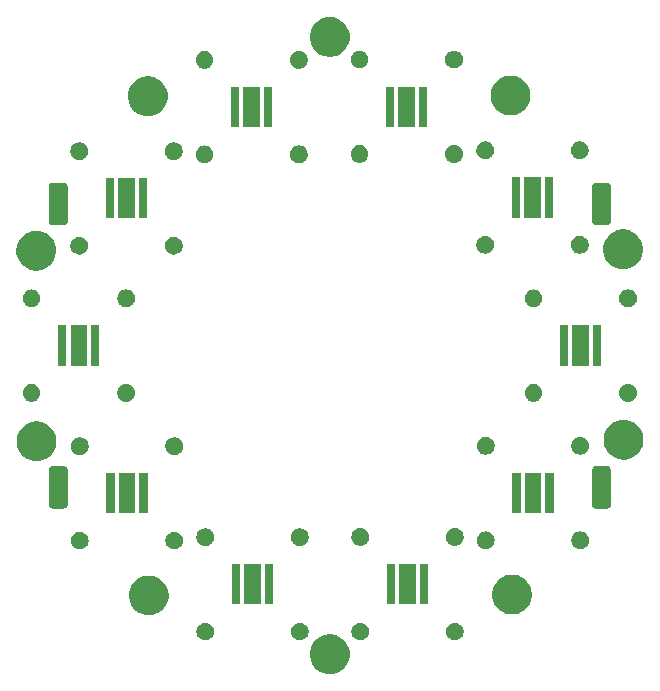
<source format=gbr>
G04 #@! TF.GenerationSoftware,KiCad,Pcbnew,(5.0.0)*
G04 #@! TF.CreationDate,2019-06-16T21:50:45-07:00*
G04 #@! TF.ProjectId,ring_illuminator,72696E675F696C6C756D696E61746F72,rev?*
G04 #@! TF.SameCoordinates,Original*
G04 #@! TF.FileFunction,Soldermask,Top*
G04 #@! TF.FilePolarity,Negative*
%FSLAX46Y46*%
G04 Gerber Fmt 4.6, Leading zero omitted, Abs format (unit mm)*
G04 Created by KiCad (PCBNEW (5.0.0)) date 06/16/19 21:50:45*
%MOMM*%
%LPD*%
G01*
G04 APERTURE LIST*
%ADD10C,0.100000*%
G04 APERTURE END LIST*
D10*
G36*
X327947Y-24476300D02*
X490330Y-24508600D01*
X796252Y-24635317D01*
X1071575Y-24819282D01*
X1305718Y-25053425D01*
X1489683Y-25328748D01*
X1616400Y-25634670D01*
X1681000Y-25959436D01*
X1681000Y-26290564D01*
X1616400Y-26615330D01*
X1489683Y-26921252D01*
X1305718Y-27196575D01*
X1071575Y-27430718D01*
X796252Y-27614683D01*
X490330Y-27741400D01*
X327947Y-27773700D01*
X165565Y-27806000D01*
X-165565Y-27806000D01*
X-327947Y-27773700D01*
X-490330Y-27741400D01*
X-796252Y-27614683D01*
X-1071575Y-27430718D01*
X-1305718Y-27196575D01*
X-1489683Y-26921252D01*
X-1616400Y-26615330D01*
X-1681000Y-26290564D01*
X-1681000Y-25959436D01*
X-1616400Y-25634670D01*
X-1489683Y-25328748D01*
X-1305718Y-25053425D01*
X-1071575Y-24819282D01*
X-796252Y-24635317D01*
X-490330Y-24508600D01*
X-327947Y-24476300D01*
X-165565Y-24444000D01*
X165565Y-24444000D01*
X327947Y-24476300D01*
X327947Y-24476300D01*
G37*
G36*
X-2414996Y-23476544D02*
X-2327941Y-23493860D01*
X-2191268Y-23550472D01*
X-2191267Y-23550473D01*
X-2068262Y-23632662D01*
X-1963662Y-23737262D01*
X-1963660Y-23737265D01*
X-1881472Y-23860268D01*
X-1824860Y-23996941D01*
X-1796000Y-24142033D01*
X-1796000Y-24289967D01*
X-1824860Y-24435059D01*
X-1881472Y-24571732D01*
X-1881473Y-24571733D01*
X-1963662Y-24694738D01*
X-2068262Y-24799338D01*
X-2068265Y-24799340D01*
X-2191268Y-24881528D01*
X-2327941Y-24938140D01*
X-2414996Y-24955456D01*
X-2473031Y-24967000D01*
X-2620969Y-24967000D01*
X-2679004Y-24955456D01*
X-2766059Y-24938140D01*
X-2902732Y-24881528D01*
X-3025735Y-24799340D01*
X-3025738Y-24799338D01*
X-3130338Y-24694738D01*
X-3212527Y-24571733D01*
X-3212528Y-24571732D01*
X-3269140Y-24435059D01*
X-3298000Y-24289967D01*
X-3298000Y-24142033D01*
X-3269140Y-23996941D01*
X-3212528Y-23860268D01*
X-3130340Y-23737265D01*
X-3130338Y-23737262D01*
X-3025738Y-23632662D01*
X-2902733Y-23550473D01*
X-2902732Y-23550472D01*
X-2766059Y-23493860D01*
X-2679004Y-23476544D01*
X-2620969Y-23465000D01*
X-2473031Y-23465000D01*
X-2414996Y-23476544D01*
X-2414996Y-23476544D01*
G37*
G36*
X-10414996Y-23476544D02*
X-10327941Y-23493860D01*
X-10191268Y-23550472D01*
X-10191267Y-23550473D01*
X-10068262Y-23632662D01*
X-9963662Y-23737262D01*
X-9963660Y-23737265D01*
X-9881472Y-23860268D01*
X-9824860Y-23996941D01*
X-9796000Y-24142033D01*
X-9796000Y-24289967D01*
X-9824860Y-24435059D01*
X-9881472Y-24571732D01*
X-9881473Y-24571733D01*
X-9963662Y-24694738D01*
X-10068262Y-24799338D01*
X-10068265Y-24799340D01*
X-10191268Y-24881528D01*
X-10327941Y-24938140D01*
X-10414996Y-24955456D01*
X-10473031Y-24967000D01*
X-10620969Y-24967000D01*
X-10679004Y-24955456D01*
X-10766059Y-24938140D01*
X-10902732Y-24881528D01*
X-11025735Y-24799340D01*
X-11025738Y-24799338D01*
X-11130338Y-24694738D01*
X-11212527Y-24571733D01*
X-11212528Y-24571732D01*
X-11269140Y-24435059D01*
X-11298000Y-24289967D01*
X-11298000Y-24142033D01*
X-11269140Y-23996941D01*
X-11212528Y-23860268D01*
X-11130340Y-23737265D01*
X-11130338Y-23737262D01*
X-11025738Y-23632662D01*
X-10902733Y-23550473D01*
X-10902732Y-23550472D01*
X-10766059Y-23493860D01*
X-10679004Y-23476544D01*
X-10620969Y-23465000D01*
X-10473031Y-23465000D01*
X-10414996Y-23476544D01*
X-10414996Y-23476544D01*
G37*
G36*
X10711004Y-23466544D02*
X10798059Y-23483860D01*
X10934732Y-23540472D01*
X11056079Y-23621554D01*
X11057738Y-23622662D01*
X11162338Y-23727262D01*
X11162340Y-23727265D01*
X11244528Y-23850268D01*
X11301140Y-23986941D01*
X11330000Y-24132033D01*
X11330000Y-24279967D01*
X11301140Y-24425059D01*
X11244528Y-24561732D01*
X11195360Y-24635317D01*
X11162338Y-24684738D01*
X11057738Y-24789338D01*
X11057735Y-24789340D01*
X10934732Y-24871528D01*
X10798059Y-24928140D01*
X10711004Y-24945456D01*
X10652969Y-24957000D01*
X10505031Y-24957000D01*
X10446996Y-24945456D01*
X10359941Y-24928140D01*
X10223268Y-24871528D01*
X10100265Y-24789340D01*
X10100262Y-24789338D01*
X9995662Y-24684738D01*
X9962640Y-24635317D01*
X9913472Y-24561732D01*
X9856860Y-24425059D01*
X9828000Y-24279967D01*
X9828000Y-24132033D01*
X9856860Y-23986941D01*
X9913472Y-23850268D01*
X9995660Y-23727265D01*
X9995662Y-23727262D01*
X10100262Y-23622662D01*
X10101921Y-23621554D01*
X10223268Y-23540472D01*
X10359941Y-23483860D01*
X10446996Y-23466544D01*
X10505031Y-23455000D01*
X10652969Y-23455000D01*
X10711004Y-23466544D01*
X10711004Y-23466544D01*
G37*
G36*
X2711004Y-23466544D02*
X2798059Y-23483860D01*
X2934732Y-23540472D01*
X3056079Y-23621554D01*
X3057738Y-23622662D01*
X3162338Y-23727262D01*
X3162340Y-23727265D01*
X3244528Y-23850268D01*
X3301140Y-23986941D01*
X3330000Y-24132033D01*
X3330000Y-24279967D01*
X3301140Y-24425059D01*
X3244528Y-24561732D01*
X3195360Y-24635317D01*
X3162338Y-24684738D01*
X3057738Y-24789338D01*
X3057735Y-24789340D01*
X2934732Y-24871528D01*
X2798059Y-24928140D01*
X2711004Y-24945456D01*
X2652969Y-24957000D01*
X2505031Y-24957000D01*
X2446996Y-24945456D01*
X2359941Y-24928140D01*
X2223268Y-24871528D01*
X2100265Y-24789340D01*
X2100262Y-24789338D01*
X1995662Y-24684738D01*
X1962640Y-24635317D01*
X1913472Y-24561732D01*
X1856860Y-24425059D01*
X1828000Y-24279967D01*
X1828000Y-24132033D01*
X1856860Y-23986941D01*
X1913472Y-23850268D01*
X1995660Y-23727265D01*
X1995662Y-23727262D01*
X2100262Y-23622662D01*
X2101921Y-23621554D01*
X2223268Y-23540472D01*
X2359941Y-23483860D01*
X2446996Y-23466544D01*
X2505031Y-23455000D01*
X2652969Y-23455000D01*
X2711004Y-23466544D01*
X2711004Y-23466544D01*
G37*
G36*
X-15004053Y-19504300D02*
X-14841670Y-19536600D01*
X-14535748Y-19663317D01*
X-14260425Y-19847282D01*
X-14026282Y-20081425D01*
X-13842317Y-20356748D01*
X-13715600Y-20662670D01*
X-13715600Y-20662671D01*
X-13665719Y-20913436D01*
X-13651000Y-20987436D01*
X-13651000Y-21318564D01*
X-13715600Y-21643330D01*
X-13842317Y-21949252D01*
X-14026282Y-22224575D01*
X-14260425Y-22458718D01*
X-14535748Y-22642683D01*
X-14841670Y-22769400D01*
X-15004053Y-22801700D01*
X-15166435Y-22834000D01*
X-15497565Y-22834000D01*
X-15659947Y-22801700D01*
X-15822330Y-22769400D01*
X-16128252Y-22642683D01*
X-16403575Y-22458718D01*
X-16637718Y-22224575D01*
X-16821683Y-21949252D01*
X-16948400Y-21643330D01*
X-17013000Y-21318564D01*
X-17013000Y-20987436D01*
X-16998280Y-20913436D01*
X-16948400Y-20662671D01*
X-16948400Y-20662670D01*
X-16821683Y-20356748D01*
X-16637718Y-20081425D01*
X-16403575Y-19847282D01*
X-16128252Y-19663317D01*
X-15822330Y-19536600D01*
X-15659947Y-19504300D01*
X-15497565Y-19472000D01*
X-15166435Y-19472000D01*
X-15004053Y-19504300D01*
X-15004053Y-19504300D01*
G37*
G36*
X15760947Y-19430300D02*
X15923330Y-19462600D01*
X16229252Y-19589317D01*
X16504575Y-19773282D01*
X16738718Y-20007425D01*
X16922683Y-20282748D01*
X17049400Y-20588670D01*
X17064120Y-20662671D01*
X17114000Y-20913435D01*
X17114000Y-21244565D01*
X17099280Y-21318565D01*
X17049400Y-21569330D01*
X16922683Y-21875252D01*
X16738718Y-22150575D01*
X16504575Y-22384718D01*
X16229252Y-22568683D01*
X15923330Y-22695400D01*
X15760947Y-22727700D01*
X15598565Y-22760000D01*
X15267435Y-22760000D01*
X15105053Y-22727700D01*
X14942670Y-22695400D01*
X14636748Y-22568683D01*
X14361425Y-22384718D01*
X14127282Y-22150575D01*
X13943317Y-21875252D01*
X13816600Y-21569330D01*
X13766720Y-21318565D01*
X13752000Y-21244565D01*
X13752000Y-20913435D01*
X13801880Y-20662671D01*
X13816600Y-20588670D01*
X13943317Y-20282748D01*
X14127282Y-20007425D01*
X14361425Y-19773282D01*
X14636748Y-19589317D01*
X14942670Y-19462600D01*
X15105053Y-19430300D01*
X15267435Y-19398000D01*
X15598565Y-19398000D01*
X15760947Y-19430300D01*
X15760947Y-19430300D01*
G37*
G36*
X-4796000Y-21917000D02*
X-5498000Y-21917000D01*
X-5498000Y-18515000D01*
X-4796000Y-18515000D01*
X-4796000Y-21917000D01*
X-4796000Y-21917000D01*
G37*
G36*
X-7596000Y-21917000D02*
X-8298000Y-21917000D01*
X-8298000Y-18515000D01*
X-7596000Y-18515000D01*
X-7596000Y-21917000D01*
X-7596000Y-21917000D01*
G37*
G36*
X-5846000Y-21917000D02*
X-7248000Y-21917000D01*
X-7248000Y-18515000D01*
X-5846000Y-18515000D01*
X-5846000Y-21917000D01*
X-5846000Y-21917000D01*
G37*
G36*
X8330000Y-21907000D02*
X7628000Y-21907000D01*
X7628000Y-18505000D01*
X8330000Y-18505000D01*
X8330000Y-21907000D01*
X8330000Y-21907000D01*
G37*
G36*
X5530000Y-21907000D02*
X4828000Y-21907000D01*
X4828000Y-18505000D01*
X5530000Y-18505000D01*
X5530000Y-21907000D01*
X5530000Y-21907000D01*
G37*
G36*
X7280000Y-21907000D02*
X5878000Y-21907000D01*
X5878000Y-18505000D01*
X7280000Y-18505000D01*
X7280000Y-21907000D01*
X7280000Y-21907000D01*
G37*
G36*
X-21043996Y-15772544D02*
X-20956941Y-15789860D01*
X-20820268Y-15846472D01*
X-20698921Y-15927554D01*
X-20697262Y-15928662D01*
X-20592662Y-16033262D01*
X-20592660Y-16033265D01*
X-20510472Y-16156268D01*
X-20453860Y-16292941D01*
X-20436544Y-16379996D01*
X-20425591Y-16435059D01*
X-20425000Y-16438033D01*
X-20425000Y-16585967D01*
X-20453860Y-16731059D01*
X-20510472Y-16867732D01*
X-20557517Y-16938140D01*
X-20592662Y-16990738D01*
X-20697262Y-17095338D01*
X-20697265Y-17095340D01*
X-20820268Y-17177528D01*
X-20956941Y-17234140D01*
X-21043996Y-17251456D01*
X-21102031Y-17263000D01*
X-21249969Y-17263000D01*
X-21308004Y-17251456D01*
X-21395059Y-17234140D01*
X-21531732Y-17177528D01*
X-21654735Y-17095340D01*
X-21654738Y-17095338D01*
X-21759338Y-16990738D01*
X-21794483Y-16938140D01*
X-21841528Y-16867732D01*
X-21898140Y-16731059D01*
X-21927000Y-16585967D01*
X-21927000Y-16438033D01*
X-21926408Y-16435059D01*
X-21915456Y-16379996D01*
X-21898140Y-16292941D01*
X-21841528Y-16156268D01*
X-21759340Y-16033265D01*
X-21759338Y-16033262D01*
X-21654738Y-15928662D01*
X-21653079Y-15927554D01*
X-21531732Y-15846472D01*
X-21395059Y-15789860D01*
X-21308004Y-15772544D01*
X-21249969Y-15761000D01*
X-21102031Y-15761000D01*
X-21043996Y-15772544D01*
X-21043996Y-15772544D01*
G37*
G36*
X-13043996Y-15772544D02*
X-12956941Y-15789860D01*
X-12820268Y-15846472D01*
X-12698921Y-15927554D01*
X-12697262Y-15928662D01*
X-12592662Y-16033262D01*
X-12592660Y-16033265D01*
X-12510472Y-16156268D01*
X-12453860Y-16292941D01*
X-12436544Y-16379996D01*
X-12425591Y-16435059D01*
X-12425000Y-16438033D01*
X-12425000Y-16585967D01*
X-12453860Y-16731059D01*
X-12510472Y-16867732D01*
X-12557517Y-16938140D01*
X-12592662Y-16990738D01*
X-12697262Y-17095338D01*
X-12697265Y-17095340D01*
X-12820268Y-17177528D01*
X-12956941Y-17234140D01*
X-13043996Y-17251456D01*
X-13102031Y-17263000D01*
X-13249969Y-17263000D01*
X-13308004Y-17251456D01*
X-13395059Y-17234140D01*
X-13531732Y-17177528D01*
X-13654735Y-17095340D01*
X-13654738Y-17095338D01*
X-13759338Y-16990738D01*
X-13794483Y-16938140D01*
X-13841528Y-16867732D01*
X-13898140Y-16731059D01*
X-13927000Y-16585967D01*
X-13927000Y-16438033D01*
X-13926408Y-16435059D01*
X-13915456Y-16379996D01*
X-13898140Y-16292941D01*
X-13841528Y-16156268D01*
X-13759340Y-16033265D01*
X-13759338Y-16033262D01*
X-13654738Y-15928662D01*
X-13653079Y-15927554D01*
X-13531732Y-15846472D01*
X-13395059Y-15789860D01*
X-13308004Y-15772544D01*
X-13249969Y-15761000D01*
X-13102031Y-15761000D01*
X-13043996Y-15772544D01*
X-13043996Y-15772544D01*
G37*
G36*
X13328004Y-15745544D02*
X13415059Y-15762860D01*
X13551732Y-15819472D01*
X13673079Y-15900554D01*
X13674738Y-15901662D01*
X13779338Y-16006262D01*
X13779340Y-16006265D01*
X13861528Y-16129268D01*
X13918140Y-16265941D01*
X13923511Y-16292944D01*
X13947000Y-16411031D01*
X13947000Y-16558969D01*
X13941629Y-16585969D01*
X13918140Y-16704059D01*
X13861528Y-16840732D01*
X13834269Y-16881528D01*
X13779338Y-16963738D01*
X13674738Y-17068338D01*
X13674735Y-17068340D01*
X13551732Y-17150528D01*
X13415059Y-17207140D01*
X13328004Y-17224456D01*
X13269969Y-17236000D01*
X13122031Y-17236000D01*
X13063996Y-17224456D01*
X12976941Y-17207140D01*
X12840268Y-17150528D01*
X12717265Y-17068340D01*
X12717262Y-17068338D01*
X12612662Y-16963738D01*
X12557731Y-16881528D01*
X12530472Y-16840732D01*
X12473860Y-16704059D01*
X12450371Y-16585969D01*
X12445000Y-16558969D01*
X12445000Y-16411031D01*
X12468489Y-16292944D01*
X12473860Y-16265941D01*
X12530472Y-16129268D01*
X12612660Y-16006265D01*
X12612662Y-16006262D01*
X12717262Y-15901662D01*
X12718921Y-15900554D01*
X12840268Y-15819472D01*
X12976941Y-15762860D01*
X13063996Y-15745544D01*
X13122031Y-15734000D01*
X13269969Y-15734000D01*
X13328004Y-15745544D01*
X13328004Y-15745544D01*
G37*
G36*
X21328004Y-15745544D02*
X21415059Y-15762860D01*
X21551732Y-15819472D01*
X21673079Y-15900554D01*
X21674738Y-15901662D01*
X21779338Y-16006262D01*
X21779340Y-16006265D01*
X21861528Y-16129268D01*
X21918140Y-16265941D01*
X21923511Y-16292944D01*
X21947000Y-16411031D01*
X21947000Y-16558969D01*
X21941629Y-16585969D01*
X21918140Y-16704059D01*
X21861528Y-16840732D01*
X21834269Y-16881528D01*
X21779338Y-16963738D01*
X21674738Y-17068338D01*
X21674735Y-17068340D01*
X21551732Y-17150528D01*
X21415059Y-17207140D01*
X21328004Y-17224456D01*
X21269969Y-17236000D01*
X21122031Y-17236000D01*
X21063996Y-17224456D01*
X20976941Y-17207140D01*
X20840268Y-17150528D01*
X20717265Y-17068340D01*
X20717262Y-17068338D01*
X20612662Y-16963738D01*
X20557731Y-16881528D01*
X20530472Y-16840732D01*
X20473860Y-16704059D01*
X20450371Y-16585969D01*
X20445000Y-16558969D01*
X20445000Y-16411031D01*
X20468489Y-16292944D01*
X20473860Y-16265941D01*
X20530472Y-16129268D01*
X20612660Y-16006265D01*
X20612662Y-16006262D01*
X20717262Y-15901662D01*
X20718921Y-15900554D01*
X20840268Y-15819472D01*
X20976941Y-15762860D01*
X21063996Y-15745544D01*
X21122031Y-15734000D01*
X21269969Y-15734000D01*
X21328004Y-15745544D01*
X21328004Y-15745544D01*
G37*
G36*
X-10414996Y-15476544D02*
X-10327941Y-15493860D01*
X-10191268Y-15550472D01*
X-10191267Y-15550473D01*
X-10068262Y-15632662D01*
X-9963662Y-15737262D01*
X-9963660Y-15737265D01*
X-9881472Y-15860268D01*
X-9824860Y-15996941D01*
X-9817635Y-16033265D01*
X-9796000Y-16142031D01*
X-9796000Y-16289969D01*
X-9796592Y-16292944D01*
X-9824860Y-16435059D01*
X-9881472Y-16571732D01*
X-9881473Y-16571733D01*
X-9963662Y-16694738D01*
X-10068262Y-16799338D01*
X-10068265Y-16799340D01*
X-10191268Y-16881528D01*
X-10327941Y-16938140D01*
X-10414996Y-16955456D01*
X-10473031Y-16967000D01*
X-10620969Y-16967000D01*
X-10679004Y-16955456D01*
X-10766059Y-16938140D01*
X-10902732Y-16881528D01*
X-11025735Y-16799340D01*
X-11025738Y-16799338D01*
X-11130338Y-16694738D01*
X-11212527Y-16571733D01*
X-11212528Y-16571732D01*
X-11269140Y-16435059D01*
X-11297408Y-16292944D01*
X-11298000Y-16289969D01*
X-11298000Y-16142031D01*
X-11276365Y-16033265D01*
X-11269140Y-15996941D01*
X-11212528Y-15860268D01*
X-11130340Y-15737265D01*
X-11130338Y-15737262D01*
X-11025738Y-15632662D01*
X-10902733Y-15550473D01*
X-10902732Y-15550472D01*
X-10766059Y-15493860D01*
X-10679004Y-15476544D01*
X-10620969Y-15465000D01*
X-10473031Y-15465000D01*
X-10414996Y-15476544D01*
X-10414996Y-15476544D01*
G37*
G36*
X-2414996Y-15476544D02*
X-2327941Y-15493860D01*
X-2191268Y-15550472D01*
X-2191267Y-15550473D01*
X-2068262Y-15632662D01*
X-1963662Y-15737262D01*
X-1963660Y-15737265D01*
X-1881472Y-15860268D01*
X-1824860Y-15996941D01*
X-1817635Y-16033265D01*
X-1796000Y-16142031D01*
X-1796000Y-16289969D01*
X-1796592Y-16292944D01*
X-1824860Y-16435059D01*
X-1881472Y-16571732D01*
X-1881473Y-16571733D01*
X-1963662Y-16694738D01*
X-2068262Y-16799338D01*
X-2068265Y-16799340D01*
X-2191268Y-16881528D01*
X-2327941Y-16938140D01*
X-2414996Y-16955456D01*
X-2473031Y-16967000D01*
X-2620969Y-16967000D01*
X-2679004Y-16955456D01*
X-2766059Y-16938140D01*
X-2902732Y-16881528D01*
X-3025735Y-16799340D01*
X-3025738Y-16799338D01*
X-3130338Y-16694738D01*
X-3212527Y-16571733D01*
X-3212528Y-16571732D01*
X-3269140Y-16435059D01*
X-3297408Y-16292944D01*
X-3298000Y-16289969D01*
X-3298000Y-16142031D01*
X-3276365Y-16033265D01*
X-3269140Y-15996941D01*
X-3212528Y-15860268D01*
X-3130340Y-15737265D01*
X-3130338Y-15737262D01*
X-3025738Y-15632662D01*
X-2902733Y-15550473D01*
X-2902732Y-15550472D01*
X-2766059Y-15493860D01*
X-2679004Y-15476544D01*
X-2620969Y-15465000D01*
X-2473031Y-15465000D01*
X-2414996Y-15476544D01*
X-2414996Y-15476544D01*
G37*
G36*
X10711004Y-15466544D02*
X10798059Y-15483860D01*
X10934732Y-15540472D01*
X11056079Y-15621554D01*
X11057738Y-15622662D01*
X11162338Y-15727262D01*
X11162340Y-15727265D01*
X11244528Y-15850268D01*
X11301140Y-15986941D01*
X11310354Y-16033265D01*
X11330000Y-16132031D01*
X11330000Y-16279969D01*
X11327419Y-16292944D01*
X11301140Y-16425059D01*
X11244528Y-16561732D01*
X11228333Y-16585969D01*
X11162338Y-16684738D01*
X11057738Y-16789338D01*
X11057735Y-16789340D01*
X10934732Y-16871528D01*
X10798059Y-16928140D01*
X10711004Y-16945456D01*
X10652969Y-16957000D01*
X10505031Y-16957000D01*
X10446996Y-16945456D01*
X10359941Y-16928140D01*
X10223268Y-16871528D01*
X10100265Y-16789340D01*
X10100262Y-16789338D01*
X9995662Y-16684738D01*
X9929667Y-16585969D01*
X9913472Y-16561732D01*
X9856860Y-16425059D01*
X9830581Y-16292944D01*
X9828000Y-16279969D01*
X9828000Y-16132031D01*
X9847646Y-16033265D01*
X9856860Y-15986941D01*
X9913472Y-15850268D01*
X9995660Y-15727265D01*
X9995662Y-15727262D01*
X10100262Y-15622662D01*
X10101921Y-15621554D01*
X10223268Y-15540472D01*
X10359941Y-15483860D01*
X10446996Y-15466544D01*
X10505031Y-15455000D01*
X10652969Y-15455000D01*
X10711004Y-15466544D01*
X10711004Y-15466544D01*
G37*
G36*
X2711004Y-15466544D02*
X2798059Y-15483860D01*
X2934732Y-15540472D01*
X3056079Y-15621554D01*
X3057738Y-15622662D01*
X3162338Y-15727262D01*
X3162340Y-15727265D01*
X3244528Y-15850268D01*
X3301140Y-15986941D01*
X3310354Y-16033265D01*
X3330000Y-16132031D01*
X3330000Y-16279969D01*
X3327419Y-16292944D01*
X3301140Y-16425059D01*
X3244528Y-16561732D01*
X3228333Y-16585969D01*
X3162338Y-16684738D01*
X3057738Y-16789338D01*
X3057735Y-16789340D01*
X2934732Y-16871528D01*
X2798059Y-16928140D01*
X2711004Y-16945456D01*
X2652969Y-16957000D01*
X2505031Y-16957000D01*
X2446996Y-16945456D01*
X2359941Y-16928140D01*
X2223268Y-16871528D01*
X2100265Y-16789340D01*
X2100262Y-16789338D01*
X1995662Y-16684738D01*
X1929667Y-16585969D01*
X1913472Y-16561732D01*
X1856860Y-16425059D01*
X1830581Y-16292944D01*
X1828000Y-16279969D01*
X1828000Y-16132031D01*
X1847646Y-16033265D01*
X1856860Y-15986941D01*
X1913472Y-15850268D01*
X1995660Y-15727265D01*
X1995662Y-15727262D01*
X2100262Y-15622662D01*
X2101921Y-15621554D01*
X2223268Y-15540472D01*
X2359941Y-15483860D01*
X2446996Y-15466544D01*
X2505031Y-15455000D01*
X2652969Y-15455000D01*
X2711004Y-15466544D01*
X2711004Y-15466544D01*
G37*
G36*
X-18225000Y-14213000D02*
X-18927000Y-14213000D01*
X-18927000Y-10811000D01*
X-18225000Y-10811000D01*
X-18225000Y-14213000D01*
X-18225000Y-14213000D01*
G37*
G36*
X-16475000Y-14213000D02*
X-17877000Y-14213000D01*
X-17877000Y-10811000D01*
X-16475000Y-10811000D01*
X-16475000Y-14213000D01*
X-16475000Y-14213000D01*
G37*
G36*
X-15425000Y-14213000D02*
X-16127000Y-14213000D01*
X-16127000Y-10811000D01*
X-15425000Y-10811000D01*
X-15425000Y-14213000D01*
X-15425000Y-14213000D01*
G37*
G36*
X17897000Y-14186000D02*
X16495000Y-14186000D01*
X16495000Y-10784000D01*
X17897000Y-10784000D01*
X17897000Y-14186000D01*
X17897000Y-14186000D01*
G37*
G36*
X16147000Y-14186000D02*
X15445000Y-14186000D01*
X15445000Y-10784000D01*
X16147000Y-10784000D01*
X16147000Y-14186000D01*
X16147000Y-14186000D01*
G37*
G36*
X18947000Y-14186000D02*
X18245000Y-14186000D01*
X18245000Y-10784000D01*
X18947000Y-10784000D01*
X18947000Y-14186000D01*
X18947000Y-14186000D01*
G37*
G36*
X-22464007Y-10206203D02*
X-22399586Y-10225744D01*
X-22340224Y-10257475D01*
X-22288183Y-10300183D01*
X-22245475Y-10352224D01*
X-22213744Y-10411586D01*
X-22194203Y-10476007D01*
X-22187000Y-10549141D01*
X-22187000Y-13450859D01*
X-22194203Y-13523993D01*
X-22213744Y-13588414D01*
X-22245475Y-13647776D01*
X-22288183Y-13699817D01*
X-22340224Y-13742525D01*
X-22399586Y-13774256D01*
X-22464007Y-13793797D01*
X-22537141Y-13801000D01*
X-23462859Y-13801000D01*
X-23535993Y-13793797D01*
X-23600414Y-13774256D01*
X-23659776Y-13742525D01*
X-23711817Y-13699817D01*
X-23754525Y-13647776D01*
X-23786256Y-13588414D01*
X-23805797Y-13523993D01*
X-23813000Y-13450859D01*
X-23813000Y-10549141D01*
X-23805797Y-10476007D01*
X-23786256Y-10411586D01*
X-23754525Y-10352224D01*
X-23711817Y-10300183D01*
X-23659776Y-10257475D01*
X-23600414Y-10225744D01*
X-23535993Y-10206203D01*
X-23462859Y-10199000D01*
X-22537141Y-10199000D01*
X-22464007Y-10206203D01*
X-22464007Y-10206203D01*
G37*
G36*
X23535993Y-10206203D02*
X23600414Y-10225744D01*
X23659776Y-10257475D01*
X23711817Y-10300183D01*
X23754525Y-10352224D01*
X23786256Y-10411586D01*
X23805797Y-10476007D01*
X23813000Y-10549141D01*
X23813000Y-13450859D01*
X23805797Y-13523993D01*
X23786256Y-13588414D01*
X23754525Y-13647776D01*
X23711817Y-13699817D01*
X23659776Y-13742525D01*
X23600414Y-13774256D01*
X23535993Y-13793797D01*
X23462859Y-13801000D01*
X22537141Y-13801000D01*
X22464007Y-13793797D01*
X22399586Y-13774256D01*
X22340224Y-13742525D01*
X22288183Y-13699817D01*
X22245475Y-13647776D01*
X22213744Y-13588414D01*
X22194203Y-13523993D01*
X22187000Y-13450859D01*
X22187000Y-10549141D01*
X22194203Y-10476007D01*
X22213744Y-10411586D01*
X22245475Y-10352224D01*
X22288183Y-10300183D01*
X22340224Y-10257475D01*
X22399586Y-10225744D01*
X22464007Y-10206203D01*
X22537141Y-10199000D01*
X23462859Y-10199000D01*
X23535993Y-10206203D01*
X23535993Y-10206203D01*
G37*
G36*
X-24507053Y-6460300D02*
X-24344670Y-6492600D01*
X-24038748Y-6619317D01*
X-23763425Y-6803282D01*
X-23529282Y-7037425D01*
X-23345317Y-7312748D01*
X-23218600Y-7618670D01*
X-23154000Y-7943436D01*
X-23154000Y-8274564D01*
X-23218600Y-8599330D01*
X-23345317Y-8905252D01*
X-23529282Y-9180575D01*
X-23763425Y-9414718D01*
X-24038748Y-9598683D01*
X-24344670Y-9725400D01*
X-24507053Y-9757700D01*
X-24669435Y-9790000D01*
X-25000565Y-9790000D01*
X-25162947Y-9757700D01*
X-25325330Y-9725400D01*
X-25631252Y-9598683D01*
X-25906575Y-9414718D01*
X-26140718Y-9180575D01*
X-26324683Y-8905252D01*
X-26451400Y-8599330D01*
X-26516000Y-8274564D01*
X-26516000Y-7943436D01*
X-26451400Y-7618670D01*
X-26324683Y-7312748D01*
X-26140718Y-7037425D01*
X-25906575Y-6803282D01*
X-25631252Y-6619317D01*
X-25325330Y-6492600D01*
X-25162947Y-6460300D01*
X-25000565Y-6428000D01*
X-24669435Y-6428000D01*
X-24507053Y-6460300D01*
X-24507053Y-6460300D01*
G37*
G36*
X25200947Y-6341300D02*
X25363330Y-6373600D01*
X25669252Y-6500317D01*
X25944575Y-6684282D01*
X26178718Y-6918425D01*
X26362683Y-7193748D01*
X26489400Y-7499670D01*
X26489400Y-7499671D01*
X26547123Y-7789860D01*
X26554000Y-7824436D01*
X26554000Y-8155564D01*
X26489400Y-8480330D01*
X26362683Y-8786252D01*
X26178718Y-9061575D01*
X25944575Y-9295718D01*
X25669252Y-9479683D01*
X25363330Y-9606400D01*
X25200947Y-9638700D01*
X25038565Y-9671000D01*
X24707435Y-9671000D01*
X24545053Y-9638700D01*
X24382670Y-9606400D01*
X24076748Y-9479683D01*
X23801425Y-9295718D01*
X23567282Y-9061575D01*
X23383317Y-8786252D01*
X23256600Y-8480330D01*
X23192000Y-8155564D01*
X23192000Y-7824436D01*
X23198878Y-7789860D01*
X23256600Y-7499671D01*
X23256600Y-7499670D01*
X23383317Y-7193748D01*
X23567282Y-6918425D01*
X23801425Y-6684282D01*
X24076748Y-6500317D01*
X24382670Y-6373600D01*
X24545053Y-6341300D01*
X24707435Y-6309000D01*
X25038565Y-6309000D01*
X25200947Y-6341300D01*
X25200947Y-6341300D01*
G37*
G36*
X-21043996Y-7772544D02*
X-20956941Y-7789860D01*
X-20820268Y-7846472D01*
X-20698921Y-7927554D01*
X-20697262Y-7928662D01*
X-20592662Y-8033262D01*
X-20592660Y-8033265D01*
X-20510472Y-8156268D01*
X-20453860Y-8292941D01*
X-20436544Y-8379996D01*
X-20430370Y-8411033D01*
X-20425000Y-8438033D01*
X-20425000Y-8585967D01*
X-20453860Y-8731059D01*
X-20510472Y-8867732D01*
X-20535542Y-8905252D01*
X-20592662Y-8990738D01*
X-20697262Y-9095338D01*
X-20697265Y-9095340D01*
X-20820268Y-9177528D01*
X-20956941Y-9234140D01*
X-21043996Y-9251456D01*
X-21102031Y-9263000D01*
X-21249969Y-9263000D01*
X-21308004Y-9251456D01*
X-21395059Y-9234140D01*
X-21531732Y-9177528D01*
X-21654735Y-9095340D01*
X-21654738Y-9095338D01*
X-21759338Y-8990738D01*
X-21816458Y-8905252D01*
X-21841528Y-8867732D01*
X-21898140Y-8731059D01*
X-21927000Y-8585967D01*
X-21927000Y-8438033D01*
X-21921629Y-8411033D01*
X-21915456Y-8379996D01*
X-21898140Y-8292941D01*
X-21841528Y-8156268D01*
X-21759340Y-8033265D01*
X-21759338Y-8033262D01*
X-21654738Y-7928662D01*
X-21653079Y-7927554D01*
X-21531732Y-7846472D01*
X-21395059Y-7789860D01*
X-21308004Y-7772544D01*
X-21249969Y-7761000D01*
X-21102031Y-7761000D01*
X-21043996Y-7772544D01*
X-21043996Y-7772544D01*
G37*
G36*
X-13043996Y-7772544D02*
X-12956941Y-7789860D01*
X-12820268Y-7846472D01*
X-12698921Y-7927554D01*
X-12697262Y-7928662D01*
X-12592662Y-8033262D01*
X-12592660Y-8033265D01*
X-12510472Y-8156268D01*
X-12453860Y-8292941D01*
X-12436544Y-8379996D01*
X-12430370Y-8411033D01*
X-12425000Y-8438033D01*
X-12425000Y-8585967D01*
X-12453860Y-8731059D01*
X-12510472Y-8867732D01*
X-12535542Y-8905252D01*
X-12592662Y-8990738D01*
X-12697262Y-9095338D01*
X-12697265Y-9095340D01*
X-12820268Y-9177528D01*
X-12956941Y-9234140D01*
X-13043996Y-9251456D01*
X-13102031Y-9263000D01*
X-13249969Y-9263000D01*
X-13308004Y-9251456D01*
X-13395059Y-9234140D01*
X-13531732Y-9177528D01*
X-13654735Y-9095340D01*
X-13654738Y-9095338D01*
X-13759338Y-8990738D01*
X-13816458Y-8905252D01*
X-13841528Y-8867732D01*
X-13898140Y-8731059D01*
X-13927000Y-8585967D01*
X-13927000Y-8438033D01*
X-13921629Y-8411033D01*
X-13915456Y-8379996D01*
X-13898140Y-8292941D01*
X-13841528Y-8156268D01*
X-13759340Y-8033265D01*
X-13759338Y-8033262D01*
X-13654738Y-7928662D01*
X-13653079Y-7927554D01*
X-13531732Y-7846472D01*
X-13395059Y-7789860D01*
X-13308004Y-7772544D01*
X-13249969Y-7761000D01*
X-13102031Y-7761000D01*
X-13043996Y-7772544D01*
X-13043996Y-7772544D01*
G37*
G36*
X13328004Y-7745544D02*
X13415059Y-7762860D01*
X13551732Y-7819472D01*
X13559161Y-7824436D01*
X13674738Y-7901662D01*
X13779338Y-8006262D01*
X13779340Y-8006265D01*
X13861528Y-8129268D01*
X13918140Y-8265941D01*
X13923511Y-8292944D01*
X13947000Y-8411031D01*
X13947000Y-8558969D01*
X13935456Y-8617004D01*
X13918140Y-8704059D01*
X13861528Y-8840732D01*
X13818418Y-8905251D01*
X13779338Y-8963738D01*
X13674738Y-9068338D01*
X13674735Y-9068340D01*
X13551732Y-9150528D01*
X13415059Y-9207140D01*
X13328004Y-9224456D01*
X13269969Y-9236000D01*
X13122031Y-9236000D01*
X13063996Y-9224456D01*
X12976941Y-9207140D01*
X12840268Y-9150528D01*
X12717265Y-9068340D01*
X12717262Y-9068338D01*
X12612662Y-8963738D01*
X12573582Y-8905251D01*
X12530472Y-8840732D01*
X12473860Y-8704059D01*
X12456544Y-8617004D01*
X12445000Y-8558969D01*
X12445000Y-8411031D01*
X12468489Y-8292944D01*
X12473860Y-8265941D01*
X12530472Y-8129268D01*
X12612660Y-8006265D01*
X12612662Y-8006262D01*
X12717262Y-7901662D01*
X12832839Y-7824436D01*
X12840268Y-7819472D01*
X12976941Y-7762860D01*
X13063996Y-7745544D01*
X13122031Y-7734000D01*
X13269969Y-7734000D01*
X13328004Y-7745544D01*
X13328004Y-7745544D01*
G37*
G36*
X21328004Y-7745544D02*
X21415059Y-7762860D01*
X21551732Y-7819472D01*
X21559161Y-7824436D01*
X21674738Y-7901662D01*
X21779338Y-8006262D01*
X21779340Y-8006265D01*
X21861528Y-8129268D01*
X21918140Y-8265941D01*
X21923511Y-8292944D01*
X21947000Y-8411031D01*
X21947000Y-8558969D01*
X21935456Y-8617004D01*
X21918140Y-8704059D01*
X21861528Y-8840732D01*
X21818418Y-8905251D01*
X21779338Y-8963738D01*
X21674738Y-9068338D01*
X21674735Y-9068340D01*
X21551732Y-9150528D01*
X21415059Y-9207140D01*
X21328004Y-9224456D01*
X21269969Y-9236000D01*
X21122031Y-9236000D01*
X21063996Y-9224456D01*
X20976941Y-9207140D01*
X20840268Y-9150528D01*
X20717265Y-9068340D01*
X20717262Y-9068338D01*
X20612662Y-8963738D01*
X20573582Y-8905251D01*
X20530472Y-8840732D01*
X20473860Y-8704059D01*
X20456544Y-8617004D01*
X20445000Y-8558969D01*
X20445000Y-8411031D01*
X20468489Y-8292944D01*
X20473860Y-8265941D01*
X20530472Y-8129268D01*
X20612660Y-8006265D01*
X20612662Y-8006262D01*
X20717262Y-7901662D01*
X20832839Y-7824436D01*
X20840268Y-7819472D01*
X20976941Y-7762860D01*
X21063996Y-7745544D01*
X21122031Y-7734000D01*
X21269969Y-7734000D01*
X21328004Y-7745544D01*
X21328004Y-7745544D01*
G37*
G36*
X25382004Y-3260544D02*
X25469059Y-3277860D01*
X25605732Y-3334472D01*
X25605733Y-3334473D01*
X25728738Y-3416662D01*
X25833338Y-3521262D01*
X25833340Y-3521265D01*
X25915528Y-3644268D01*
X25972140Y-3780941D01*
X26001000Y-3926033D01*
X26001000Y-4073967D01*
X25972140Y-4219059D01*
X25915528Y-4355732D01*
X25915527Y-4355733D01*
X25833338Y-4478738D01*
X25728738Y-4583338D01*
X25728735Y-4583340D01*
X25605732Y-4665528D01*
X25469059Y-4722140D01*
X25382004Y-4739456D01*
X25323969Y-4751000D01*
X25176031Y-4751000D01*
X25117996Y-4739456D01*
X25030941Y-4722140D01*
X24894268Y-4665528D01*
X24771265Y-4583340D01*
X24771262Y-4583338D01*
X24666662Y-4478738D01*
X24584473Y-4355733D01*
X24584472Y-4355732D01*
X24527860Y-4219059D01*
X24499000Y-4073967D01*
X24499000Y-3926033D01*
X24527860Y-3780941D01*
X24584472Y-3644268D01*
X24666660Y-3521265D01*
X24666662Y-3521262D01*
X24771262Y-3416662D01*
X24894267Y-3334473D01*
X24894268Y-3334472D01*
X25030941Y-3277860D01*
X25117996Y-3260544D01*
X25176031Y-3249000D01*
X25323969Y-3249000D01*
X25382004Y-3260544D01*
X25382004Y-3260544D01*
G37*
G36*
X17382004Y-3260544D02*
X17469059Y-3277860D01*
X17605732Y-3334472D01*
X17605733Y-3334473D01*
X17728738Y-3416662D01*
X17833338Y-3521262D01*
X17833340Y-3521265D01*
X17915528Y-3644268D01*
X17972140Y-3780941D01*
X18001000Y-3926033D01*
X18001000Y-4073967D01*
X17972140Y-4219059D01*
X17915528Y-4355732D01*
X17915527Y-4355733D01*
X17833338Y-4478738D01*
X17728738Y-4583338D01*
X17728735Y-4583340D01*
X17605732Y-4665528D01*
X17469059Y-4722140D01*
X17382004Y-4739456D01*
X17323969Y-4751000D01*
X17176031Y-4751000D01*
X17117996Y-4739456D01*
X17030941Y-4722140D01*
X16894268Y-4665528D01*
X16771265Y-4583340D01*
X16771262Y-4583338D01*
X16666662Y-4478738D01*
X16584473Y-4355733D01*
X16584472Y-4355732D01*
X16527860Y-4219059D01*
X16499000Y-4073967D01*
X16499000Y-3926033D01*
X16527860Y-3780941D01*
X16584472Y-3644268D01*
X16666660Y-3521265D01*
X16666662Y-3521262D01*
X16771262Y-3416662D01*
X16894267Y-3334473D01*
X16894268Y-3334472D01*
X17030941Y-3277860D01*
X17117996Y-3260544D01*
X17176031Y-3249000D01*
X17323969Y-3249000D01*
X17382004Y-3260544D01*
X17382004Y-3260544D01*
G37*
G36*
X-17117996Y-3260544D02*
X-17030941Y-3277860D01*
X-16894268Y-3334472D01*
X-16894267Y-3334473D01*
X-16771262Y-3416662D01*
X-16666662Y-3521262D01*
X-16666660Y-3521265D01*
X-16584472Y-3644268D01*
X-16527860Y-3780941D01*
X-16499000Y-3926033D01*
X-16499000Y-4073967D01*
X-16527860Y-4219059D01*
X-16584472Y-4355732D01*
X-16584473Y-4355733D01*
X-16666662Y-4478738D01*
X-16771262Y-4583338D01*
X-16771265Y-4583340D01*
X-16894268Y-4665528D01*
X-17030941Y-4722140D01*
X-17117996Y-4739456D01*
X-17176031Y-4751000D01*
X-17323969Y-4751000D01*
X-17382004Y-4739456D01*
X-17469059Y-4722140D01*
X-17605732Y-4665528D01*
X-17728735Y-4583340D01*
X-17728738Y-4583338D01*
X-17833338Y-4478738D01*
X-17915527Y-4355733D01*
X-17915528Y-4355732D01*
X-17972140Y-4219059D01*
X-18001000Y-4073967D01*
X-18001000Y-3926033D01*
X-17972140Y-3780941D01*
X-17915528Y-3644268D01*
X-17833340Y-3521265D01*
X-17833338Y-3521262D01*
X-17728738Y-3416662D01*
X-17605733Y-3334473D01*
X-17605732Y-3334472D01*
X-17469059Y-3277860D01*
X-17382004Y-3260544D01*
X-17323969Y-3249000D01*
X-17176031Y-3249000D01*
X-17117996Y-3260544D01*
X-17117996Y-3260544D01*
G37*
G36*
X-25117996Y-3260544D02*
X-25030941Y-3277860D01*
X-24894268Y-3334472D01*
X-24894267Y-3334473D01*
X-24771262Y-3416662D01*
X-24666662Y-3521262D01*
X-24666660Y-3521265D01*
X-24584472Y-3644268D01*
X-24527860Y-3780941D01*
X-24499000Y-3926033D01*
X-24499000Y-4073967D01*
X-24527860Y-4219059D01*
X-24584472Y-4355732D01*
X-24584473Y-4355733D01*
X-24666662Y-4478738D01*
X-24771262Y-4583338D01*
X-24771265Y-4583340D01*
X-24894268Y-4665528D01*
X-25030941Y-4722140D01*
X-25117996Y-4739456D01*
X-25176031Y-4751000D01*
X-25323969Y-4751000D01*
X-25382004Y-4739456D01*
X-25469059Y-4722140D01*
X-25605732Y-4665528D01*
X-25728735Y-4583340D01*
X-25728738Y-4583338D01*
X-25833338Y-4478738D01*
X-25915527Y-4355733D01*
X-25915528Y-4355732D01*
X-25972140Y-4219059D01*
X-26001000Y-4073967D01*
X-26001000Y-3926033D01*
X-25972140Y-3780941D01*
X-25915528Y-3644268D01*
X-25833340Y-3521265D01*
X-25833338Y-3521262D01*
X-25728738Y-3416662D01*
X-25605733Y-3334473D01*
X-25605732Y-3334472D01*
X-25469059Y-3277860D01*
X-25382004Y-3260544D01*
X-25323969Y-3249000D01*
X-25176031Y-3249000D01*
X-25117996Y-3260544D01*
X-25117996Y-3260544D01*
G37*
G36*
X-22299000Y-1701000D02*
X-23001000Y-1701000D01*
X-23001000Y1701000D01*
X-22299000Y1701000D01*
X-22299000Y-1701000D01*
X-22299000Y-1701000D01*
G37*
G36*
X-20549000Y-1701000D02*
X-21951000Y-1701000D01*
X-21951000Y1701000D01*
X-20549000Y1701000D01*
X-20549000Y-1701000D01*
X-20549000Y-1701000D01*
G37*
G36*
X-19499000Y-1701000D02*
X-20201000Y-1701000D01*
X-20201000Y1701000D01*
X-19499000Y1701000D01*
X-19499000Y-1701000D01*
X-19499000Y-1701000D01*
G37*
G36*
X23001000Y-1701000D02*
X22299000Y-1701000D01*
X22299000Y1701000D01*
X23001000Y1701000D01*
X23001000Y-1701000D01*
X23001000Y-1701000D01*
G37*
G36*
X21951000Y-1701000D02*
X20549000Y-1701000D01*
X20549000Y1701000D01*
X21951000Y1701000D01*
X21951000Y-1701000D01*
X21951000Y-1701000D01*
G37*
G36*
X20201000Y-1701000D02*
X19499000Y-1701000D01*
X19499000Y1701000D01*
X20201000Y1701000D01*
X20201000Y-1701000D01*
X20201000Y-1701000D01*
G37*
G36*
X25382004Y4739456D02*
X25469059Y4722140D01*
X25605732Y4665528D01*
X25605733Y4665527D01*
X25728738Y4583338D01*
X25833338Y4478738D01*
X25833340Y4478735D01*
X25915528Y4355732D01*
X25972140Y4219059D01*
X26001000Y4073967D01*
X26001000Y3926033D01*
X25972140Y3780941D01*
X25915528Y3644268D01*
X25915527Y3644267D01*
X25833338Y3521262D01*
X25728738Y3416662D01*
X25728735Y3416660D01*
X25605732Y3334472D01*
X25469059Y3277860D01*
X25382004Y3260544D01*
X25323969Y3249000D01*
X25176031Y3249000D01*
X25117996Y3260544D01*
X25030941Y3277860D01*
X24894268Y3334472D01*
X24771265Y3416660D01*
X24771262Y3416662D01*
X24666662Y3521262D01*
X24584473Y3644267D01*
X24584472Y3644268D01*
X24527860Y3780941D01*
X24499000Y3926033D01*
X24499000Y4073967D01*
X24527860Y4219059D01*
X24584472Y4355732D01*
X24666660Y4478735D01*
X24666662Y4478738D01*
X24771262Y4583338D01*
X24894267Y4665527D01*
X24894268Y4665528D01*
X25030941Y4722140D01*
X25117996Y4739456D01*
X25176031Y4751000D01*
X25323969Y4751000D01*
X25382004Y4739456D01*
X25382004Y4739456D01*
G37*
G36*
X17382004Y4739456D02*
X17469059Y4722140D01*
X17605732Y4665528D01*
X17605733Y4665527D01*
X17728738Y4583338D01*
X17833338Y4478738D01*
X17833340Y4478735D01*
X17915528Y4355732D01*
X17972140Y4219059D01*
X18001000Y4073967D01*
X18001000Y3926033D01*
X17972140Y3780941D01*
X17915528Y3644268D01*
X17915527Y3644267D01*
X17833338Y3521262D01*
X17728738Y3416662D01*
X17728735Y3416660D01*
X17605732Y3334472D01*
X17469059Y3277860D01*
X17382004Y3260544D01*
X17323969Y3249000D01*
X17176031Y3249000D01*
X17117996Y3260544D01*
X17030941Y3277860D01*
X16894268Y3334472D01*
X16771265Y3416660D01*
X16771262Y3416662D01*
X16666662Y3521262D01*
X16584473Y3644267D01*
X16584472Y3644268D01*
X16527860Y3780941D01*
X16499000Y3926033D01*
X16499000Y4073967D01*
X16527860Y4219059D01*
X16584472Y4355732D01*
X16666660Y4478735D01*
X16666662Y4478738D01*
X16771262Y4583338D01*
X16894267Y4665527D01*
X16894268Y4665528D01*
X17030941Y4722140D01*
X17117996Y4739456D01*
X17176031Y4751000D01*
X17323969Y4751000D01*
X17382004Y4739456D01*
X17382004Y4739456D01*
G37*
G36*
X-25117996Y4739456D02*
X-25030941Y4722140D01*
X-24894268Y4665528D01*
X-24894267Y4665527D01*
X-24771262Y4583338D01*
X-24666662Y4478738D01*
X-24666660Y4478735D01*
X-24584472Y4355732D01*
X-24527860Y4219059D01*
X-24499000Y4073967D01*
X-24499000Y3926033D01*
X-24527860Y3780941D01*
X-24584472Y3644268D01*
X-24584473Y3644267D01*
X-24666662Y3521262D01*
X-24771262Y3416662D01*
X-24771265Y3416660D01*
X-24894268Y3334472D01*
X-25030941Y3277860D01*
X-25117996Y3260544D01*
X-25176031Y3249000D01*
X-25323969Y3249000D01*
X-25382004Y3260544D01*
X-25469059Y3277860D01*
X-25605732Y3334472D01*
X-25728735Y3416660D01*
X-25728738Y3416662D01*
X-25833338Y3521262D01*
X-25915527Y3644267D01*
X-25915528Y3644268D01*
X-25972140Y3780941D01*
X-26001000Y3926033D01*
X-26001000Y4073967D01*
X-25972140Y4219059D01*
X-25915528Y4355732D01*
X-25833340Y4478735D01*
X-25833338Y4478738D01*
X-25728738Y4583338D01*
X-25605733Y4665527D01*
X-25605732Y4665528D01*
X-25469059Y4722140D01*
X-25382004Y4739456D01*
X-25323969Y4751000D01*
X-25176031Y4751000D01*
X-25117996Y4739456D01*
X-25117996Y4739456D01*
G37*
G36*
X-17117996Y4739456D02*
X-17030941Y4722140D01*
X-16894268Y4665528D01*
X-16894267Y4665527D01*
X-16771262Y4583338D01*
X-16666662Y4478738D01*
X-16666660Y4478735D01*
X-16584472Y4355732D01*
X-16527860Y4219059D01*
X-16499000Y4073967D01*
X-16499000Y3926033D01*
X-16527860Y3780941D01*
X-16584472Y3644268D01*
X-16584473Y3644267D01*
X-16666662Y3521262D01*
X-16771262Y3416662D01*
X-16771265Y3416660D01*
X-16894268Y3334472D01*
X-17030941Y3277860D01*
X-17117996Y3260544D01*
X-17176031Y3249000D01*
X-17323969Y3249000D01*
X-17382004Y3260544D01*
X-17469059Y3277860D01*
X-17605732Y3334472D01*
X-17728735Y3416660D01*
X-17728738Y3416662D01*
X-17833338Y3521262D01*
X-17915527Y3644267D01*
X-17915528Y3644268D01*
X-17972140Y3780941D01*
X-18001000Y3926033D01*
X-18001000Y4073967D01*
X-17972140Y4219059D01*
X-17915528Y4355732D01*
X-17833340Y4478735D01*
X-17833338Y4478738D01*
X-17728738Y4583338D01*
X-17605733Y4665527D01*
X-17605732Y4665528D01*
X-17469059Y4722140D01*
X-17382004Y4739456D01*
X-17323969Y4751000D01*
X-17176031Y4751000D01*
X-17117996Y4739456D01*
X-17117996Y4739456D01*
G37*
G36*
X-24532553Y9678200D02*
X-24370170Y9645900D01*
X-24064248Y9519183D01*
X-23788925Y9335218D01*
X-23554782Y9101075D01*
X-23370817Y8825752D01*
X-23244100Y8519830D01*
X-23244100Y8519829D01*
X-23204538Y8320941D01*
X-23179500Y8195064D01*
X-23179500Y7863936D01*
X-23244100Y7539170D01*
X-23370817Y7233248D01*
X-23554782Y6957925D01*
X-23788925Y6723782D01*
X-24064248Y6539817D01*
X-24370170Y6413100D01*
X-24532553Y6380800D01*
X-24694935Y6348500D01*
X-25026065Y6348500D01*
X-25188447Y6380800D01*
X-25350830Y6413100D01*
X-25656752Y6539817D01*
X-25932075Y6723782D01*
X-26166218Y6957925D01*
X-26350183Y7233248D01*
X-26476900Y7539170D01*
X-26541500Y7863936D01*
X-26541500Y8195064D01*
X-26516461Y8320941D01*
X-26476900Y8519829D01*
X-26476900Y8519830D01*
X-26350183Y8825752D01*
X-26166218Y9101075D01*
X-25932075Y9335218D01*
X-25656752Y9519183D01*
X-25350830Y9645900D01*
X-25188447Y9678200D01*
X-25026065Y9710500D01*
X-24694935Y9710500D01*
X-24532553Y9678200D01*
X-24532553Y9678200D01*
G37*
G36*
X25148947Y9796700D02*
X25311330Y9764400D01*
X25617252Y9637683D01*
X25892575Y9453718D01*
X26126718Y9219575D01*
X26310683Y8944252D01*
X26437400Y8638330D01*
X26502000Y8313564D01*
X26502000Y7982436D01*
X26437400Y7657670D01*
X26310683Y7351748D01*
X26126718Y7076425D01*
X25892575Y6842282D01*
X25617252Y6658317D01*
X25311330Y6531600D01*
X25148947Y6499300D01*
X24986565Y6467000D01*
X24655435Y6467000D01*
X24493053Y6499300D01*
X24330670Y6531600D01*
X24024748Y6658317D01*
X23749425Y6842282D01*
X23515282Y7076425D01*
X23331317Y7351748D01*
X23204600Y7657670D01*
X23140000Y7982436D01*
X23140000Y8313564D01*
X23204600Y8638330D01*
X23331317Y8944252D01*
X23515282Y9219575D01*
X23749425Y9453718D01*
X24024748Y9637683D01*
X24330670Y9764400D01*
X24493053Y9796700D01*
X24655435Y9829000D01*
X24986565Y9829000D01*
X25148947Y9796700D01*
X25148947Y9796700D01*
G37*
G36*
X-21083996Y9197456D02*
X-20996941Y9180140D01*
X-20860268Y9123528D01*
X-20826665Y9101075D01*
X-20737262Y9041338D01*
X-20632662Y8936738D01*
X-20632660Y8936735D01*
X-20550472Y8813732D01*
X-20493860Y8677059D01*
X-20465000Y8531967D01*
X-20465000Y8384033D01*
X-20493860Y8238941D01*
X-20550472Y8102268D01*
X-20630541Y7982436D01*
X-20632662Y7979262D01*
X-20737262Y7874662D01*
X-20737265Y7874660D01*
X-20860268Y7792472D01*
X-20996941Y7735860D01*
X-21083996Y7718544D01*
X-21142031Y7707000D01*
X-21289969Y7707000D01*
X-21348004Y7718544D01*
X-21435059Y7735860D01*
X-21571732Y7792472D01*
X-21694735Y7874660D01*
X-21694738Y7874662D01*
X-21799338Y7979262D01*
X-21801459Y7982436D01*
X-21881528Y8102268D01*
X-21938140Y8238941D01*
X-21967000Y8384033D01*
X-21967000Y8531967D01*
X-21938140Y8677059D01*
X-21881528Y8813732D01*
X-21799340Y8936735D01*
X-21799338Y8936738D01*
X-21694738Y9041338D01*
X-21605335Y9101075D01*
X-21571732Y9123528D01*
X-21435059Y9180140D01*
X-21348004Y9197456D01*
X-21289969Y9209000D01*
X-21142031Y9209000D01*
X-21083996Y9197456D01*
X-21083996Y9197456D01*
G37*
G36*
X-13083996Y9197456D02*
X-12996941Y9180140D01*
X-12860268Y9123528D01*
X-12826665Y9101075D01*
X-12737262Y9041338D01*
X-12632662Y8936738D01*
X-12632660Y8936735D01*
X-12550472Y8813732D01*
X-12493860Y8677059D01*
X-12465000Y8531967D01*
X-12465000Y8384033D01*
X-12493860Y8238941D01*
X-12550472Y8102268D01*
X-12630541Y7982436D01*
X-12632662Y7979262D01*
X-12737262Y7874662D01*
X-12737265Y7874660D01*
X-12860268Y7792472D01*
X-12996941Y7735860D01*
X-13083996Y7718544D01*
X-13142031Y7707000D01*
X-13289969Y7707000D01*
X-13348004Y7718544D01*
X-13435059Y7735860D01*
X-13571732Y7792472D01*
X-13694735Y7874660D01*
X-13694738Y7874662D01*
X-13799338Y7979262D01*
X-13801459Y7982436D01*
X-13881528Y8102268D01*
X-13938140Y8238941D01*
X-13967000Y8384033D01*
X-13967000Y8531967D01*
X-13938140Y8677059D01*
X-13881528Y8813732D01*
X-13799340Y8936735D01*
X-13799338Y8936738D01*
X-13694738Y9041338D01*
X-13605335Y9101075D01*
X-13571732Y9123528D01*
X-13435059Y9180140D01*
X-13348004Y9197456D01*
X-13289969Y9209000D01*
X-13142031Y9209000D01*
X-13083996Y9197456D01*
X-13083996Y9197456D01*
G37*
G36*
X21288004Y9279456D02*
X21375059Y9262140D01*
X21511732Y9205528D01*
X21633079Y9124446D01*
X21634738Y9123338D01*
X21739338Y9018738D01*
X21739340Y9018735D01*
X21821528Y8895732D01*
X21878140Y8759059D01*
X21907000Y8613967D01*
X21907000Y8466033D01*
X21878140Y8320941D01*
X21821528Y8184268D01*
X21821527Y8184267D01*
X21739338Y8061262D01*
X21634738Y7956662D01*
X21634735Y7956660D01*
X21511732Y7874472D01*
X21375059Y7817860D01*
X21288004Y7800544D01*
X21229969Y7789000D01*
X21082031Y7789000D01*
X21023996Y7800544D01*
X20936941Y7817860D01*
X20800268Y7874472D01*
X20677265Y7956660D01*
X20677262Y7956662D01*
X20572662Y8061262D01*
X20490473Y8184267D01*
X20490472Y8184268D01*
X20433860Y8320941D01*
X20405000Y8466033D01*
X20405000Y8613967D01*
X20433860Y8759059D01*
X20490472Y8895732D01*
X20572660Y9018735D01*
X20572662Y9018738D01*
X20677262Y9123338D01*
X20678921Y9124446D01*
X20800268Y9205528D01*
X20936941Y9262140D01*
X21023996Y9279456D01*
X21082031Y9291000D01*
X21229969Y9291000D01*
X21288004Y9279456D01*
X21288004Y9279456D01*
G37*
G36*
X13288004Y9279456D02*
X13375059Y9262140D01*
X13511732Y9205528D01*
X13633079Y9124446D01*
X13634738Y9123338D01*
X13739338Y9018738D01*
X13739340Y9018735D01*
X13821528Y8895732D01*
X13878140Y8759059D01*
X13907000Y8613967D01*
X13907000Y8466033D01*
X13878140Y8320941D01*
X13821528Y8184268D01*
X13821527Y8184267D01*
X13739338Y8061262D01*
X13634738Y7956662D01*
X13634735Y7956660D01*
X13511732Y7874472D01*
X13375059Y7817860D01*
X13288004Y7800544D01*
X13229969Y7789000D01*
X13082031Y7789000D01*
X13023996Y7800544D01*
X12936941Y7817860D01*
X12800268Y7874472D01*
X12677265Y7956660D01*
X12677262Y7956662D01*
X12572662Y8061262D01*
X12490473Y8184267D01*
X12490472Y8184268D01*
X12433860Y8320941D01*
X12405000Y8466033D01*
X12405000Y8613967D01*
X12433860Y8759059D01*
X12490472Y8895732D01*
X12572660Y9018735D01*
X12572662Y9018738D01*
X12677262Y9123338D01*
X12678921Y9124446D01*
X12800268Y9205528D01*
X12936941Y9262140D01*
X13023996Y9279456D01*
X13082031Y9291000D01*
X13229969Y9291000D01*
X13288004Y9279456D01*
X13288004Y9279456D01*
G37*
G36*
X-22464007Y13793797D02*
X-22399586Y13774256D01*
X-22340224Y13742525D01*
X-22288183Y13699817D01*
X-22245475Y13647776D01*
X-22213744Y13588414D01*
X-22194203Y13523993D01*
X-22187000Y13450859D01*
X-22187000Y10549141D01*
X-22194203Y10476007D01*
X-22213744Y10411586D01*
X-22245475Y10352224D01*
X-22288183Y10300183D01*
X-22340224Y10257475D01*
X-22399586Y10225744D01*
X-22464007Y10206203D01*
X-22537141Y10199000D01*
X-23462859Y10199000D01*
X-23535993Y10206203D01*
X-23600414Y10225744D01*
X-23659776Y10257475D01*
X-23711817Y10300183D01*
X-23754525Y10352224D01*
X-23786256Y10411586D01*
X-23805797Y10476007D01*
X-23813000Y10549141D01*
X-23813000Y13450859D01*
X-23805797Y13523993D01*
X-23786256Y13588414D01*
X-23754525Y13647776D01*
X-23711817Y13699817D01*
X-23659776Y13742525D01*
X-23600414Y13774256D01*
X-23535993Y13793797D01*
X-23462859Y13801000D01*
X-22537141Y13801000D01*
X-22464007Y13793797D01*
X-22464007Y13793797D01*
G37*
G36*
X23535993Y13793797D02*
X23600414Y13774256D01*
X23659776Y13742525D01*
X23711817Y13699817D01*
X23754525Y13647776D01*
X23786256Y13588414D01*
X23805797Y13523993D01*
X23813000Y13450859D01*
X23813000Y10549141D01*
X23805797Y10476007D01*
X23786256Y10411586D01*
X23754525Y10352224D01*
X23711817Y10300183D01*
X23659776Y10257475D01*
X23600414Y10225744D01*
X23535993Y10206203D01*
X23462859Y10199000D01*
X22537141Y10199000D01*
X22464007Y10206203D01*
X22399586Y10225744D01*
X22340224Y10257475D01*
X22288183Y10300183D01*
X22245475Y10352224D01*
X22213744Y10411586D01*
X22194203Y10476007D01*
X22187000Y10549141D01*
X22187000Y13450859D01*
X22194203Y13523993D01*
X22213744Y13588414D01*
X22245475Y13647776D01*
X22288183Y13699817D01*
X22340224Y13742525D01*
X22399586Y13774256D01*
X22464007Y13793797D01*
X22537141Y13801000D01*
X23462859Y13801000D01*
X23535993Y13793797D01*
X23535993Y13793797D01*
G37*
G36*
X-15465000Y10757000D02*
X-16167000Y10757000D01*
X-16167000Y14159000D01*
X-15465000Y14159000D01*
X-15465000Y10757000D01*
X-15465000Y10757000D01*
G37*
G36*
X-18265000Y10757000D02*
X-18967000Y10757000D01*
X-18967000Y14159000D01*
X-18265000Y14159000D01*
X-18265000Y10757000D01*
X-18265000Y10757000D01*
G37*
G36*
X-16515000Y10757000D02*
X-17917000Y10757000D01*
X-17917000Y14159000D01*
X-16515000Y14159000D01*
X-16515000Y10757000D01*
X-16515000Y10757000D01*
G37*
G36*
X16107000Y10839000D02*
X15405000Y10839000D01*
X15405000Y14241000D01*
X16107000Y14241000D01*
X16107000Y10839000D01*
X16107000Y10839000D01*
G37*
G36*
X17857000Y10839000D02*
X16455000Y10839000D01*
X16455000Y14241000D01*
X17857000Y14241000D01*
X17857000Y10839000D01*
X17857000Y10839000D01*
G37*
G36*
X18907000Y10839000D02*
X18205000Y10839000D01*
X18205000Y14241000D01*
X18907000Y14241000D01*
X18907000Y10839000D01*
X18907000Y10839000D01*
G37*
G36*
X-10479996Y16934456D02*
X-10392941Y16917140D01*
X-10256268Y16860528D01*
X-10134921Y16779446D01*
X-10133262Y16778338D01*
X-10028662Y16673738D01*
X-10028660Y16673735D01*
X-9946472Y16550732D01*
X-9889860Y16414059D01*
X-9872544Y16327004D01*
X-9861000Y16268969D01*
X-9861000Y16121031D01*
X-9872544Y16062996D01*
X-9889860Y15975941D01*
X-9946472Y15839268D01*
X-9977740Y15792472D01*
X-10028662Y15716262D01*
X-10133262Y15611662D01*
X-10133265Y15611660D01*
X-10256268Y15529472D01*
X-10392941Y15472860D01*
X-10479996Y15455544D01*
X-10538031Y15444000D01*
X-10685969Y15444000D01*
X-10744004Y15455544D01*
X-10831059Y15472860D01*
X-10967732Y15529472D01*
X-11090735Y15611660D01*
X-11090738Y15611662D01*
X-11195338Y15716262D01*
X-11246260Y15792472D01*
X-11277528Y15839268D01*
X-11334140Y15975941D01*
X-11351456Y16062996D01*
X-11363000Y16121031D01*
X-11363000Y16268969D01*
X-11351456Y16327004D01*
X-11334140Y16414059D01*
X-11277528Y16550732D01*
X-11195340Y16673735D01*
X-11195338Y16673738D01*
X-11090738Y16778338D01*
X-11089079Y16779446D01*
X-10967732Y16860528D01*
X-10831059Y16917140D01*
X-10744004Y16934456D01*
X-10685969Y16946000D01*
X-10538031Y16946000D01*
X-10479996Y16934456D01*
X-10479996Y16934456D01*
G37*
G36*
X-2479996Y16934456D02*
X-2392941Y16917140D01*
X-2256268Y16860528D01*
X-2134921Y16779446D01*
X-2133262Y16778338D01*
X-2028662Y16673738D01*
X-2028660Y16673735D01*
X-1946472Y16550732D01*
X-1889860Y16414059D01*
X-1872544Y16327004D01*
X-1861000Y16268969D01*
X-1861000Y16121031D01*
X-1872544Y16062996D01*
X-1889860Y15975941D01*
X-1946472Y15839268D01*
X-1977740Y15792472D01*
X-2028662Y15716262D01*
X-2133262Y15611662D01*
X-2133265Y15611660D01*
X-2256268Y15529472D01*
X-2392941Y15472860D01*
X-2479996Y15455544D01*
X-2538031Y15444000D01*
X-2685969Y15444000D01*
X-2744004Y15455544D01*
X-2831059Y15472860D01*
X-2967732Y15529472D01*
X-3090735Y15611660D01*
X-3090738Y15611662D01*
X-3195338Y15716262D01*
X-3246260Y15792472D01*
X-3277528Y15839268D01*
X-3334140Y15975941D01*
X-3351456Y16062996D01*
X-3363000Y16121031D01*
X-3363000Y16268969D01*
X-3351456Y16327004D01*
X-3334140Y16414059D01*
X-3277528Y16550732D01*
X-3195340Y16673735D01*
X-3195338Y16673738D01*
X-3090738Y16778338D01*
X-3089079Y16779446D01*
X-2967732Y16860528D01*
X-2831059Y16917140D01*
X-2744004Y16934456D01*
X-2685969Y16946000D01*
X-2538031Y16946000D01*
X-2479996Y16934456D01*
X-2479996Y16934456D01*
G37*
G36*
X10647004Y16966456D02*
X10734059Y16949140D01*
X10870732Y16892528D01*
X10870733Y16892527D01*
X10993738Y16810338D01*
X11098338Y16705738D01*
X11098340Y16705735D01*
X11180528Y16582732D01*
X11237140Y16446059D01*
X11249477Y16384033D01*
X11262027Y16320944D01*
X11266000Y16300967D01*
X11266000Y16153033D01*
X11237140Y16007941D01*
X11180528Y15871268D01*
X11144842Y15817860D01*
X11098338Y15748262D01*
X10993738Y15643662D01*
X10993735Y15643660D01*
X10870732Y15561472D01*
X10734059Y15504860D01*
X10647004Y15487544D01*
X10588969Y15476000D01*
X10441031Y15476000D01*
X10382996Y15487544D01*
X10295941Y15504860D01*
X10159268Y15561472D01*
X10036265Y15643660D01*
X10036262Y15643662D01*
X9931662Y15748262D01*
X9885158Y15817860D01*
X9849472Y15871268D01*
X9792860Y16007941D01*
X9764000Y16153033D01*
X9764000Y16300967D01*
X9767974Y16320944D01*
X9780523Y16384033D01*
X9792860Y16446059D01*
X9849472Y16582732D01*
X9931660Y16705735D01*
X9931662Y16705738D01*
X10036262Y16810338D01*
X10159267Y16892527D01*
X10159268Y16892528D01*
X10295941Y16949140D01*
X10382996Y16966456D01*
X10441031Y16978000D01*
X10588969Y16978000D01*
X10647004Y16966456D01*
X10647004Y16966456D01*
G37*
G36*
X2647004Y16966456D02*
X2734059Y16949140D01*
X2870732Y16892528D01*
X2870733Y16892527D01*
X2993738Y16810338D01*
X3098338Y16705738D01*
X3098340Y16705735D01*
X3180528Y16582732D01*
X3237140Y16446059D01*
X3249477Y16384033D01*
X3262027Y16320944D01*
X3266000Y16300967D01*
X3266000Y16153033D01*
X3237140Y16007941D01*
X3180528Y15871268D01*
X3144842Y15817860D01*
X3098338Y15748262D01*
X2993738Y15643662D01*
X2993735Y15643660D01*
X2870732Y15561472D01*
X2734059Y15504860D01*
X2647004Y15487544D01*
X2588969Y15476000D01*
X2441031Y15476000D01*
X2382996Y15487544D01*
X2295941Y15504860D01*
X2159268Y15561472D01*
X2036265Y15643660D01*
X2036262Y15643662D01*
X1931662Y15748262D01*
X1885158Y15817860D01*
X1849472Y15871268D01*
X1792860Y16007941D01*
X1764000Y16153033D01*
X1764000Y16300967D01*
X1767974Y16320944D01*
X1780523Y16384033D01*
X1792860Y16446059D01*
X1849472Y16582732D01*
X1931660Y16705735D01*
X1931662Y16705738D01*
X2036262Y16810338D01*
X2159267Y16892527D01*
X2159268Y16892528D01*
X2295941Y16949140D01*
X2382996Y16966456D01*
X2441031Y16978000D01*
X2588969Y16978000D01*
X2647004Y16966456D01*
X2647004Y16966456D01*
G37*
G36*
X-13083996Y17197456D02*
X-12996941Y17180140D01*
X-12860268Y17123528D01*
X-12860267Y17123527D01*
X-12737262Y17041338D01*
X-12632662Y16936738D01*
X-12632660Y16936735D01*
X-12550472Y16813732D01*
X-12493860Y16677059D01*
X-12476544Y16590004D01*
X-12468732Y16550732D01*
X-12465000Y16531967D01*
X-12465000Y16384033D01*
X-12493860Y16238941D01*
X-12550472Y16102268D01*
X-12613497Y16007944D01*
X-12632662Y15979262D01*
X-12737262Y15874662D01*
X-12737265Y15874660D01*
X-12860268Y15792472D01*
X-12996941Y15735860D01*
X-13083996Y15718544D01*
X-13142031Y15707000D01*
X-13289969Y15707000D01*
X-13348004Y15718544D01*
X-13435059Y15735860D01*
X-13571732Y15792472D01*
X-13694735Y15874660D01*
X-13694738Y15874662D01*
X-13799338Y15979262D01*
X-13818503Y16007944D01*
X-13881528Y16102268D01*
X-13938140Y16238941D01*
X-13967000Y16384033D01*
X-13967000Y16531967D01*
X-13963267Y16550732D01*
X-13955456Y16590004D01*
X-13938140Y16677059D01*
X-13881528Y16813732D01*
X-13799340Y16936735D01*
X-13799338Y16936738D01*
X-13694738Y17041338D01*
X-13571733Y17123527D01*
X-13571732Y17123528D01*
X-13435059Y17180140D01*
X-13348004Y17197456D01*
X-13289969Y17209000D01*
X-13142031Y17209000D01*
X-13083996Y17197456D01*
X-13083996Y17197456D01*
G37*
G36*
X-21083996Y17197456D02*
X-20996941Y17180140D01*
X-20860268Y17123528D01*
X-20860267Y17123527D01*
X-20737262Y17041338D01*
X-20632662Y16936738D01*
X-20632660Y16936735D01*
X-20550472Y16813732D01*
X-20493860Y16677059D01*
X-20476544Y16590004D01*
X-20468732Y16550732D01*
X-20465000Y16531967D01*
X-20465000Y16384033D01*
X-20493860Y16238941D01*
X-20550472Y16102268D01*
X-20613497Y16007944D01*
X-20632662Y15979262D01*
X-20737262Y15874662D01*
X-20737265Y15874660D01*
X-20860268Y15792472D01*
X-20996941Y15735860D01*
X-21083996Y15718544D01*
X-21142031Y15707000D01*
X-21289969Y15707000D01*
X-21348004Y15718544D01*
X-21435059Y15735860D01*
X-21571732Y15792472D01*
X-21694735Y15874660D01*
X-21694738Y15874662D01*
X-21799338Y15979262D01*
X-21818503Y16007944D01*
X-21881528Y16102268D01*
X-21938140Y16238941D01*
X-21967000Y16384033D01*
X-21967000Y16531967D01*
X-21963267Y16550732D01*
X-21955456Y16590004D01*
X-21938140Y16677059D01*
X-21881528Y16813732D01*
X-21799340Y16936735D01*
X-21799338Y16936738D01*
X-21694738Y17041338D01*
X-21571733Y17123527D01*
X-21571732Y17123528D01*
X-21435059Y17180140D01*
X-21348004Y17197456D01*
X-21289969Y17209000D01*
X-21142031Y17209000D01*
X-21083996Y17197456D01*
X-21083996Y17197456D01*
G37*
G36*
X13288004Y17279456D02*
X13375059Y17262140D01*
X13511732Y17205528D01*
X13633079Y17124446D01*
X13634738Y17123338D01*
X13739338Y17018738D01*
X13739340Y17018735D01*
X13821528Y16895732D01*
X13878140Y16759059D01*
X13894450Y16677059D01*
X13907000Y16613969D01*
X13907000Y16466031D01*
X13896662Y16414059D01*
X13878140Y16320941D01*
X13821528Y16184268D01*
X13821527Y16184267D01*
X13739338Y16061262D01*
X13634738Y15956662D01*
X13634735Y15956660D01*
X13511732Y15874472D01*
X13375059Y15817860D01*
X13288004Y15800544D01*
X13229969Y15789000D01*
X13082031Y15789000D01*
X13023996Y15800544D01*
X12936941Y15817860D01*
X12800268Y15874472D01*
X12677265Y15956660D01*
X12677262Y15956662D01*
X12572662Y16061262D01*
X12490473Y16184267D01*
X12490472Y16184268D01*
X12433860Y16320941D01*
X12415338Y16414059D01*
X12405000Y16466031D01*
X12405000Y16613969D01*
X12417550Y16677059D01*
X12433860Y16759059D01*
X12490472Y16895732D01*
X12572660Y17018735D01*
X12572662Y17018738D01*
X12677262Y17123338D01*
X12678921Y17124446D01*
X12800268Y17205528D01*
X12936941Y17262140D01*
X13023996Y17279456D01*
X13082031Y17291000D01*
X13229969Y17291000D01*
X13288004Y17279456D01*
X13288004Y17279456D01*
G37*
G36*
X21288004Y17279456D02*
X21375059Y17262140D01*
X21511732Y17205528D01*
X21633079Y17124446D01*
X21634738Y17123338D01*
X21739338Y17018738D01*
X21739340Y17018735D01*
X21821528Y16895732D01*
X21878140Y16759059D01*
X21894450Y16677059D01*
X21907000Y16613969D01*
X21907000Y16466031D01*
X21896662Y16414059D01*
X21878140Y16320941D01*
X21821528Y16184268D01*
X21821527Y16184267D01*
X21739338Y16061262D01*
X21634738Y15956662D01*
X21634735Y15956660D01*
X21511732Y15874472D01*
X21375059Y15817860D01*
X21288004Y15800544D01*
X21229969Y15789000D01*
X21082031Y15789000D01*
X21023996Y15800544D01*
X20936941Y15817860D01*
X20800268Y15874472D01*
X20677265Y15956660D01*
X20677262Y15956662D01*
X20572662Y16061262D01*
X20490473Y16184267D01*
X20490472Y16184268D01*
X20433860Y16320941D01*
X20415338Y16414059D01*
X20405000Y16466031D01*
X20405000Y16613969D01*
X20417550Y16677059D01*
X20433860Y16759059D01*
X20490472Y16895732D01*
X20572660Y17018735D01*
X20572662Y17018738D01*
X20677262Y17123338D01*
X20678921Y17124446D01*
X20800268Y17205528D01*
X20936941Y17262140D01*
X21023996Y17279456D01*
X21082031Y17291000D01*
X21229969Y17291000D01*
X21288004Y17279456D01*
X21288004Y17279456D01*
G37*
G36*
X-4861000Y18494000D02*
X-5563000Y18494000D01*
X-5563000Y21896000D01*
X-4861000Y21896000D01*
X-4861000Y18494000D01*
X-4861000Y18494000D01*
G37*
G36*
X-7661000Y18494000D02*
X-8363000Y18494000D01*
X-8363000Y21896000D01*
X-7661000Y21896000D01*
X-7661000Y18494000D01*
X-7661000Y18494000D01*
G37*
G36*
X-5911000Y18494000D02*
X-7313000Y18494000D01*
X-7313000Y21896000D01*
X-5911000Y21896000D01*
X-5911000Y18494000D01*
X-5911000Y18494000D01*
G37*
G36*
X7216000Y18526000D02*
X5814000Y18526000D01*
X5814000Y21928000D01*
X7216000Y21928000D01*
X7216000Y18526000D01*
X7216000Y18526000D01*
G37*
G36*
X8266000Y18526000D02*
X7564000Y18526000D01*
X7564000Y21928000D01*
X8266000Y21928000D01*
X8266000Y18526000D01*
X8266000Y18526000D01*
G37*
G36*
X5466000Y18526000D02*
X4764000Y18526000D01*
X4764000Y21928000D01*
X5466000Y21928000D01*
X5466000Y18526000D01*
X5466000Y18526000D01*
G37*
G36*
X-15072053Y22752700D02*
X-14909670Y22720400D01*
X-14603748Y22593683D01*
X-14328425Y22409718D01*
X-14094282Y22175575D01*
X-13910317Y21900252D01*
X-13783600Y21594330D01*
X-13783600Y21594329D01*
X-13733520Y21342564D01*
X-13719000Y21269564D01*
X-13719000Y20938436D01*
X-13783600Y20613670D01*
X-13910317Y20307748D01*
X-14094282Y20032425D01*
X-14328425Y19798282D01*
X-14603748Y19614317D01*
X-14909670Y19487600D01*
X-15072053Y19455300D01*
X-15234435Y19423000D01*
X-15565565Y19423000D01*
X-15727947Y19455300D01*
X-15890330Y19487600D01*
X-16196252Y19614317D01*
X-16471575Y19798282D01*
X-16705718Y20032425D01*
X-16889683Y20307748D01*
X-17016400Y20613670D01*
X-17081000Y20938436D01*
X-17081000Y21269564D01*
X-17066479Y21342564D01*
X-17016400Y21594329D01*
X-17016400Y21594330D01*
X-16889683Y21900252D01*
X-16705718Y22175575D01*
X-16471575Y22409718D01*
X-16196252Y22593683D01*
X-15890330Y22720400D01*
X-15727947Y22752700D01*
X-15565565Y22785000D01*
X-15234435Y22785000D01*
X-15072053Y22752700D01*
X-15072053Y22752700D01*
G37*
G36*
X15626947Y22825700D02*
X15789330Y22793400D01*
X16095252Y22666683D01*
X16370575Y22482718D01*
X16604718Y22248575D01*
X16788683Y21973252D01*
X16915400Y21667330D01*
X16929921Y21594329D01*
X16980000Y21342565D01*
X16980000Y21011435D01*
X16965479Y20938435D01*
X16915400Y20686670D01*
X16788683Y20380748D01*
X16604718Y20105425D01*
X16370575Y19871282D01*
X16095252Y19687317D01*
X15789330Y19560600D01*
X15626947Y19528300D01*
X15464565Y19496000D01*
X15133435Y19496000D01*
X14971053Y19528300D01*
X14808670Y19560600D01*
X14502748Y19687317D01*
X14227425Y19871282D01*
X13993282Y20105425D01*
X13809317Y20380748D01*
X13682600Y20686670D01*
X13632521Y20938435D01*
X13618000Y21011435D01*
X13618000Y21342565D01*
X13668079Y21594329D01*
X13682600Y21667330D01*
X13809317Y21973252D01*
X13993282Y22248575D01*
X14227425Y22482718D01*
X14502748Y22666683D01*
X14808670Y22793400D01*
X14971053Y22825700D01*
X15133435Y22858000D01*
X15464565Y22858000D01*
X15626947Y22825700D01*
X15626947Y22825700D01*
G37*
G36*
X-10479996Y24934456D02*
X-10392941Y24917140D01*
X-10256268Y24860528D01*
X-10134921Y24779446D01*
X-10133262Y24778338D01*
X-10028662Y24673738D01*
X-10028660Y24673735D01*
X-9946472Y24550732D01*
X-9889860Y24414059D01*
X-9861000Y24268967D01*
X-9861000Y24121033D01*
X-9889860Y23975941D01*
X-9946472Y23839268D01*
X-9946473Y23839267D01*
X-10028662Y23716262D01*
X-10133262Y23611662D01*
X-10133265Y23611660D01*
X-10256268Y23529472D01*
X-10392941Y23472860D01*
X-10479996Y23455544D01*
X-10538031Y23444000D01*
X-10685969Y23444000D01*
X-10744004Y23455544D01*
X-10831059Y23472860D01*
X-10967732Y23529472D01*
X-11090735Y23611660D01*
X-11090738Y23611662D01*
X-11195338Y23716262D01*
X-11277527Y23839267D01*
X-11277528Y23839268D01*
X-11334140Y23975941D01*
X-11363000Y24121033D01*
X-11363000Y24268967D01*
X-11334140Y24414059D01*
X-11277528Y24550732D01*
X-11195340Y24673735D01*
X-11195338Y24673738D01*
X-11090738Y24778338D01*
X-11089079Y24779446D01*
X-10967732Y24860528D01*
X-10831059Y24917140D01*
X-10744004Y24934456D01*
X-10685969Y24946000D01*
X-10538031Y24946000D01*
X-10479996Y24934456D01*
X-10479996Y24934456D01*
G37*
G36*
X-2479996Y24934456D02*
X-2392941Y24917140D01*
X-2256268Y24860528D01*
X-2134921Y24779446D01*
X-2133262Y24778338D01*
X-2028662Y24673738D01*
X-2028660Y24673735D01*
X-1946472Y24550732D01*
X-1889860Y24414059D01*
X-1861000Y24268967D01*
X-1861000Y24121033D01*
X-1889860Y23975941D01*
X-1946472Y23839268D01*
X-1946473Y23839267D01*
X-2028662Y23716262D01*
X-2133262Y23611662D01*
X-2133265Y23611660D01*
X-2256268Y23529472D01*
X-2392941Y23472860D01*
X-2479996Y23455544D01*
X-2538031Y23444000D01*
X-2685969Y23444000D01*
X-2744004Y23455544D01*
X-2831059Y23472860D01*
X-2967732Y23529472D01*
X-3090735Y23611660D01*
X-3090738Y23611662D01*
X-3195338Y23716262D01*
X-3277527Y23839267D01*
X-3277528Y23839268D01*
X-3334140Y23975941D01*
X-3363000Y24121033D01*
X-3363000Y24268967D01*
X-3334140Y24414059D01*
X-3277528Y24550732D01*
X-3195340Y24673735D01*
X-3195338Y24673738D01*
X-3090738Y24778338D01*
X-3089079Y24779446D01*
X-2967732Y24860528D01*
X-2831059Y24917140D01*
X-2744004Y24934456D01*
X-2685969Y24946000D01*
X-2538031Y24946000D01*
X-2479996Y24934456D01*
X-2479996Y24934456D01*
G37*
G36*
X2647004Y24966456D02*
X2734059Y24949140D01*
X2870732Y24892528D01*
X2870733Y24892527D01*
X2993738Y24810338D01*
X3098338Y24705738D01*
X3098340Y24705735D01*
X3180528Y24582732D01*
X3237140Y24446059D01*
X3266000Y24300967D01*
X3266000Y24153033D01*
X3237140Y24007941D01*
X3180528Y23871268D01*
X3099446Y23749921D01*
X3098338Y23748262D01*
X2993738Y23643662D01*
X2993735Y23643660D01*
X2870732Y23561472D01*
X2734059Y23504860D01*
X2647004Y23487544D01*
X2588969Y23476000D01*
X2441031Y23476000D01*
X2382996Y23487544D01*
X2295941Y23504860D01*
X2159268Y23561472D01*
X2036265Y23643660D01*
X2036262Y23643662D01*
X1931662Y23748262D01*
X1930554Y23749921D01*
X1849472Y23871268D01*
X1792860Y24007941D01*
X1764000Y24153033D01*
X1764000Y24300967D01*
X1792860Y24446059D01*
X1849472Y24582732D01*
X1931660Y24705735D01*
X1931662Y24705738D01*
X2036262Y24810338D01*
X2159267Y24892527D01*
X2159268Y24892528D01*
X2295941Y24949140D01*
X2382996Y24966456D01*
X2441031Y24978000D01*
X2588969Y24978000D01*
X2647004Y24966456D01*
X2647004Y24966456D01*
G37*
G36*
X10647004Y24966456D02*
X10734059Y24949140D01*
X10870732Y24892528D01*
X10870733Y24892527D01*
X10993738Y24810338D01*
X11098338Y24705738D01*
X11098340Y24705735D01*
X11180528Y24582732D01*
X11237140Y24446059D01*
X11266000Y24300967D01*
X11266000Y24153033D01*
X11237140Y24007941D01*
X11180528Y23871268D01*
X11099446Y23749921D01*
X11098338Y23748262D01*
X10993738Y23643662D01*
X10993735Y23643660D01*
X10870732Y23561472D01*
X10734059Y23504860D01*
X10647004Y23487544D01*
X10588969Y23476000D01*
X10441031Y23476000D01*
X10382996Y23487544D01*
X10295941Y23504860D01*
X10159268Y23561472D01*
X10036265Y23643660D01*
X10036262Y23643662D01*
X9931662Y23748262D01*
X9930554Y23749921D01*
X9849472Y23871268D01*
X9792860Y24007941D01*
X9764000Y24153033D01*
X9764000Y24300967D01*
X9792860Y24446059D01*
X9849472Y24582732D01*
X9931660Y24705735D01*
X9931662Y24705738D01*
X10036262Y24810338D01*
X10159267Y24892527D01*
X10159268Y24892528D01*
X10295941Y24949140D01*
X10382996Y24966456D01*
X10441031Y24978000D01*
X10588969Y24978000D01*
X10647004Y24966456D01*
X10647004Y24966456D01*
G37*
G36*
X327947Y27773700D02*
X490330Y27741400D01*
X796252Y27614683D01*
X1071575Y27430718D01*
X1305718Y27196575D01*
X1489683Y26921252D01*
X1616400Y26615330D01*
X1681000Y26290564D01*
X1681000Y25959436D01*
X1616400Y25634670D01*
X1489683Y25328748D01*
X1305718Y25053425D01*
X1071575Y24819282D01*
X796252Y24635317D01*
X490330Y24508600D01*
X327947Y24476300D01*
X165565Y24444000D01*
X-165565Y24444000D01*
X-327947Y24476300D01*
X-490330Y24508600D01*
X-796252Y24635317D01*
X-1071575Y24819282D01*
X-1305718Y25053425D01*
X-1489683Y25328748D01*
X-1616400Y25634670D01*
X-1681000Y25959436D01*
X-1681000Y26290564D01*
X-1616400Y26615330D01*
X-1489683Y26921252D01*
X-1305718Y27196575D01*
X-1071575Y27430718D01*
X-796252Y27614683D01*
X-490330Y27741400D01*
X-327947Y27773700D01*
X-165565Y27806000D01*
X165565Y27806000D01*
X327947Y27773700D01*
X327947Y27773700D01*
G37*
M02*

</source>
